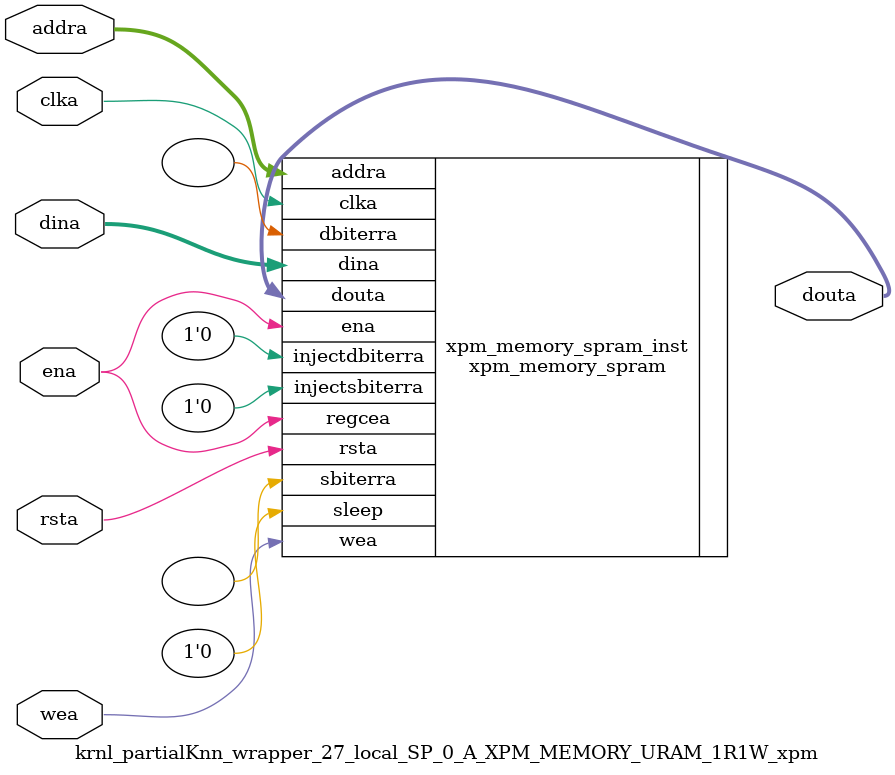
<source format=v>
`timescale 1 ns / 1 ps
module krnl_partialKnn_wrapper_27_local_SP_0_A_XPM_MEMORY_URAM_1R1W_xpm # (
  // Common module parameters
  parameter integer                 MEMORY_SIZE        = 524288,
  parameter                         MEMORY_PRIMITIVE   = "ultra",
  parameter                         ECC_MODE           = "no_ecc",
  parameter                         MEMORY_INIT_FILE   = "none",
  parameter                         WAKEUP_TIME        = "disable_sleep",
  parameter integer                 MESSAGE_CONTROL    = 0,
  // Port A module parameters
  parameter integer                 WRITE_DATA_WIDTH_A = 256,
  parameter integer                 READ_DATA_WIDTH_A  = WRITE_DATA_WIDTH_A,
  parameter integer                 BYTE_WRITE_WIDTH_A = WRITE_DATA_WIDTH_A,
  parameter integer                 ADDR_WIDTH_A       = 11,
  parameter                         READ_RESET_VALUE_A = "0",
  parameter integer                 READ_LATENCY_A     = 1,
  parameter                         WRITE_MODE_A       = "read_first"
) (
  // Port A module ports
  input  wire                                               clka,
  input  wire                                               rsta,
  input  wire                                               ena,
  input  wire [(WRITE_DATA_WIDTH_A/BYTE_WRITE_WIDTH_A)-1:0] wea,
  input  wire [ADDR_WIDTH_A-1:0]                            addra,
  input  wire [WRITE_DATA_WIDTH_A-1:0]                      dina,
  output wire [READ_DATA_WIDTH_A-1:0]                       douta
);
// Set parameter values and connect ports to instantiate an XPM_MEMORY single port RAM configuration
xpm_memory_spram # (
  // Common module parameters
  .MEMORY_SIZE        (MEMORY_SIZE),   //positive integer
  .MEMORY_PRIMITIVE   (MEMORY_PRIMITIVE),      //string; "auto", "distributed", "block" or "ultra";
  .ECC_MODE           (ECC_MODE),      //do not change
  .MEMORY_INIT_FILE   (MEMORY_INIT_FILE), //string; "none" or "<filename>.mem" 
  .MEMORY_INIT_PARAM  (""), //string;
  .WAKEUP_TIME        (WAKEUP_TIME),      //string; "disable_sleep" or "use_sleep_pin"
  .MESSAGE_CONTROL    (MESSAGE_CONTROL),      //do not change
  // Port A module parameters
  .WRITE_DATA_WIDTH_A (WRITE_DATA_WIDTH_A),     //positive integer
  .READ_DATA_WIDTH_A  (READ_DATA_WIDTH_A),     //positive integer
  .BYTE_WRITE_WIDTH_A (BYTE_WRITE_WIDTH_A),     //integer; 8, 9, or WRITE_DATA_WIDTH_A value
  .ADDR_WIDTH_A       (ADDR_WIDTH_A),      //positive integer
  .READ_RESET_VALUE_A (READ_RESET_VALUE_A),  //string
  .READ_LATENCY_A     (READ_LATENCY_A),      //non-negative integer
  .WRITE_MODE_A       (WRITE_MODE_A)       //string; "write_first", "read_first", "no_change"
) xpm_memory_spram_inst (
  // Common module ports
  .sleep          (1'b0),  //do not change
  // Port A module ports
  .clka           (clka),
  .rsta           (rsta),
  .ena            (ena),
  .regcea         (ena),
  .wea            (wea),
  .addra          (addra),
  .dina           (dina),
  .injectsbiterra (1'b0),  //do not change
  .injectdbiterra (1'b0),  //do not change
  .douta          (douta),
  .sbiterra       (),      //do not change
  .dbiterra       ()       //do not change
);
endmodule
</source>
